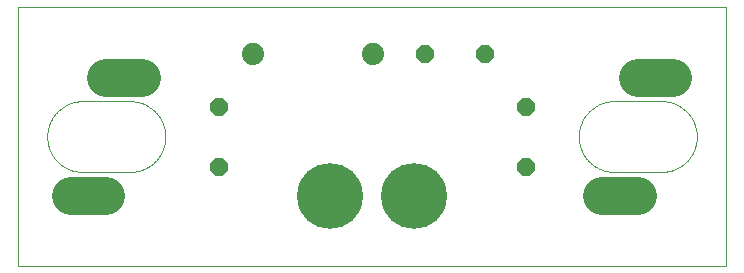
<source format=gbs>
G75*
%MOIN*%
%OFA0B0*%
%FSLAX25Y25*%
%IPPOS*%
%LPD*%
%AMOC8*
5,1,8,0,0,1.08239X$1,22.5*
%
%ADD10C,0.00000*%
%ADD11C,0.21926*%
%ADD12C,0.12611*%
%ADD13OC8,0.06000*%
%ADD14C,0.07400*%
D10*
X0003000Y0011696D02*
X0003000Y0098310D01*
X0239220Y0098310D01*
X0239220Y0011696D01*
X0003000Y0011696D01*
X0022685Y0031381D02*
X0030559Y0031381D01*
X0030683Y0031383D01*
X0030806Y0031389D01*
X0030930Y0031398D01*
X0031052Y0031412D01*
X0031175Y0031429D01*
X0031297Y0031451D01*
X0031418Y0031476D01*
X0031538Y0031505D01*
X0031657Y0031537D01*
X0031776Y0031574D01*
X0031893Y0031614D01*
X0032008Y0031657D01*
X0032123Y0031705D01*
X0032235Y0031756D01*
X0032346Y0031810D01*
X0032456Y0031868D01*
X0032563Y0031929D01*
X0032669Y0031994D01*
X0032772Y0032062D01*
X0032873Y0032133D01*
X0032972Y0032207D01*
X0033069Y0032284D01*
X0033163Y0032365D01*
X0033254Y0032448D01*
X0033343Y0032534D01*
X0033429Y0032623D01*
X0033512Y0032714D01*
X0033593Y0032808D01*
X0033670Y0032905D01*
X0033744Y0033004D01*
X0033815Y0033105D01*
X0033883Y0033208D01*
X0033948Y0033314D01*
X0034009Y0033421D01*
X0034067Y0033531D01*
X0034121Y0033642D01*
X0034172Y0033754D01*
X0034220Y0033869D01*
X0034263Y0033984D01*
X0034303Y0034101D01*
X0034340Y0034220D01*
X0034372Y0034339D01*
X0034401Y0034459D01*
X0034426Y0034580D01*
X0034448Y0034702D01*
X0034465Y0034825D01*
X0034479Y0034947D01*
X0034488Y0035071D01*
X0034494Y0035194D01*
X0034496Y0035318D01*
X0034494Y0035442D01*
X0034488Y0035565D01*
X0034479Y0035689D01*
X0034465Y0035811D01*
X0034448Y0035934D01*
X0034426Y0036056D01*
X0034401Y0036177D01*
X0034372Y0036297D01*
X0034340Y0036416D01*
X0034303Y0036535D01*
X0034263Y0036652D01*
X0034220Y0036767D01*
X0034172Y0036882D01*
X0034121Y0036994D01*
X0034067Y0037105D01*
X0034009Y0037215D01*
X0033948Y0037322D01*
X0033883Y0037428D01*
X0033815Y0037531D01*
X0033744Y0037632D01*
X0033670Y0037731D01*
X0033593Y0037828D01*
X0033512Y0037922D01*
X0033429Y0038013D01*
X0033343Y0038102D01*
X0033254Y0038188D01*
X0033163Y0038271D01*
X0033069Y0038352D01*
X0032972Y0038429D01*
X0032873Y0038503D01*
X0032772Y0038574D01*
X0032669Y0038642D01*
X0032563Y0038707D01*
X0032456Y0038768D01*
X0032346Y0038826D01*
X0032235Y0038880D01*
X0032123Y0038931D01*
X0032008Y0038979D01*
X0031893Y0039022D01*
X0031776Y0039062D01*
X0031657Y0039099D01*
X0031538Y0039131D01*
X0031418Y0039160D01*
X0031297Y0039185D01*
X0031175Y0039207D01*
X0031052Y0039224D01*
X0030930Y0039238D01*
X0030806Y0039247D01*
X0030683Y0039253D01*
X0030559Y0039255D01*
X0022685Y0039255D01*
X0022561Y0039253D01*
X0022438Y0039247D01*
X0022314Y0039238D01*
X0022192Y0039224D01*
X0022069Y0039207D01*
X0021947Y0039185D01*
X0021826Y0039160D01*
X0021706Y0039131D01*
X0021587Y0039099D01*
X0021468Y0039062D01*
X0021351Y0039022D01*
X0021236Y0038979D01*
X0021121Y0038931D01*
X0021009Y0038880D01*
X0020898Y0038826D01*
X0020788Y0038768D01*
X0020681Y0038707D01*
X0020575Y0038642D01*
X0020472Y0038574D01*
X0020371Y0038503D01*
X0020272Y0038429D01*
X0020175Y0038352D01*
X0020081Y0038271D01*
X0019990Y0038188D01*
X0019901Y0038102D01*
X0019815Y0038013D01*
X0019732Y0037922D01*
X0019651Y0037828D01*
X0019574Y0037731D01*
X0019500Y0037632D01*
X0019429Y0037531D01*
X0019361Y0037428D01*
X0019296Y0037322D01*
X0019235Y0037215D01*
X0019177Y0037105D01*
X0019123Y0036994D01*
X0019072Y0036882D01*
X0019024Y0036767D01*
X0018981Y0036652D01*
X0018941Y0036535D01*
X0018904Y0036416D01*
X0018872Y0036297D01*
X0018843Y0036177D01*
X0018818Y0036056D01*
X0018796Y0035934D01*
X0018779Y0035811D01*
X0018765Y0035689D01*
X0018756Y0035565D01*
X0018750Y0035442D01*
X0018748Y0035318D01*
X0018750Y0035194D01*
X0018756Y0035071D01*
X0018765Y0034947D01*
X0018779Y0034825D01*
X0018796Y0034702D01*
X0018818Y0034580D01*
X0018843Y0034459D01*
X0018872Y0034339D01*
X0018904Y0034220D01*
X0018941Y0034101D01*
X0018981Y0033984D01*
X0019024Y0033869D01*
X0019072Y0033754D01*
X0019123Y0033642D01*
X0019177Y0033531D01*
X0019235Y0033421D01*
X0019296Y0033314D01*
X0019361Y0033208D01*
X0019429Y0033105D01*
X0019500Y0033004D01*
X0019574Y0032905D01*
X0019651Y0032808D01*
X0019732Y0032714D01*
X0019815Y0032623D01*
X0019901Y0032534D01*
X0019990Y0032448D01*
X0020081Y0032365D01*
X0020175Y0032284D01*
X0020272Y0032207D01*
X0020371Y0032133D01*
X0020472Y0032062D01*
X0020575Y0031994D01*
X0020681Y0031929D01*
X0020788Y0031868D01*
X0020898Y0031810D01*
X0021009Y0031756D01*
X0021121Y0031705D01*
X0021236Y0031657D01*
X0021351Y0031614D01*
X0021468Y0031574D01*
X0021587Y0031537D01*
X0021706Y0031505D01*
X0021826Y0031476D01*
X0021947Y0031451D01*
X0022069Y0031429D01*
X0022192Y0031412D01*
X0022314Y0031398D01*
X0022438Y0031389D01*
X0022561Y0031383D01*
X0022685Y0031381D01*
X0024654Y0043192D02*
X0040402Y0043192D01*
X0040690Y0043196D01*
X0040977Y0043206D01*
X0041264Y0043224D01*
X0041551Y0043248D01*
X0041837Y0043279D01*
X0042122Y0043318D01*
X0042406Y0043363D01*
X0042689Y0043415D01*
X0042970Y0043475D01*
X0043250Y0043541D01*
X0043528Y0043613D01*
X0043805Y0043693D01*
X0044079Y0043779D01*
X0044351Y0043872D01*
X0044621Y0043971D01*
X0044889Y0044077D01*
X0045153Y0044190D01*
X0045415Y0044309D01*
X0045674Y0044434D01*
X0045930Y0044566D01*
X0046183Y0044703D01*
X0046432Y0044847D01*
X0046677Y0044997D01*
X0046919Y0045153D01*
X0047157Y0045314D01*
X0047391Y0045482D01*
X0047621Y0045655D01*
X0047846Y0045833D01*
X0048067Y0046017D01*
X0048284Y0046206D01*
X0048496Y0046401D01*
X0048703Y0046601D01*
X0048905Y0046805D01*
X0049102Y0047015D01*
X0049294Y0047229D01*
X0049480Y0047448D01*
X0049662Y0047671D01*
X0049838Y0047899D01*
X0050008Y0048131D01*
X0050172Y0048367D01*
X0050331Y0048606D01*
X0050484Y0048850D01*
X0050631Y0049098D01*
X0050771Y0049348D01*
X0050906Y0049603D01*
X0051034Y0049860D01*
X0051156Y0050120D01*
X0051272Y0050384D01*
X0051381Y0050650D01*
X0051484Y0050918D01*
X0051580Y0051189D01*
X0051670Y0051463D01*
X0051753Y0051738D01*
X0051829Y0052016D01*
X0051898Y0052295D01*
X0051961Y0052575D01*
X0052017Y0052858D01*
X0052065Y0053141D01*
X0052107Y0053426D01*
X0052142Y0053711D01*
X0052170Y0053997D01*
X0052191Y0054284D01*
X0052205Y0054572D01*
X0052212Y0054859D01*
X0052212Y0055147D01*
X0052205Y0055434D01*
X0052191Y0055722D01*
X0052170Y0056009D01*
X0052142Y0056295D01*
X0052107Y0056580D01*
X0052065Y0056865D01*
X0052017Y0057148D01*
X0051961Y0057431D01*
X0051898Y0057711D01*
X0051829Y0057990D01*
X0051753Y0058268D01*
X0051670Y0058543D01*
X0051580Y0058817D01*
X0051484Y0059088D01*
X0051381Y0059356D01*
X0051272Y0059622D01*
X0051156Y0059886D01*
X0051034Y0060146D01*
X0050906Y0060403D01*
X0050771Y0060658D01*
X0050631Y0060909D01*
X0050484Y0061156D01*
X0050331Y0061400D01*
X0050172Y0061639D01*
X0050008Y0061875D01*
X0049838Y0062107D01*
X0049662Y0062335D01*
X0049480Y0062558D01*
X0049294Y0062777D01*
X0049102Y0062991D01*
X0048905Y0063201D01*
X0048703Y0063405D01*
X0048496Y0063605D01*
X0048284Y0063800D01*
X0048067Y0063989D01*
X0047846Y0064173D01*
X0047621Y0064351D01*
X0047391Y0064524D01*
X0047157Y0064692D01*
X0046919Y0064853D01*
X0046677Y0065009D01*
X0046432Y0065159D01*
X0046183Y0065303D01*
X0045930Y0065440D01*
X0045674Y0065572D01*
X0045415Y0065697D01*
X0045153Y0065816D01*
X0044889Y0065929D01*
X0044621Y0066035D01*
X0044351Y0066134D01*
X0044079Y0066227D01*
X0043805Y0066313D01*
X0043528Y0066393D01*
X0043250Y0066465D01*
X0042970Y0066531D01*
X0042689Y0066591D01*
X0042406Y0066643D01*
X0042122Y0066688D01*
X0041837Y0066727D01*
X0041551Y0066758D01*
X0041264Y0066782D01*
X0040977Y0066800D01*
X0040690Y0066810D01*
X0040402Y0066814D01*
X0024654Y0066814D01*
X0034496Y0070751D02*
X0042370Y0070751D01*
X0042494Y0070753D01*
X0042617Y0070759D01*
X0042741Y0070768D01*
X0042863Y0070782D01*
X0042986Y0070799D01*
X0043108Y0070821D01*
X0043229Y0070846D01*
X0043349Y0070875D01*
X0043468Y0070907D01*
X0043587Y0070944D01*
X0043704Y0070984D01*
X0043819Y0071027D01*
X0043934Y0071075D01*
X0044046Y0071126D01*
X0044157Y0071180D01*
X0044267Y0071238D01*
X0044374Y0071299D01*
X0044480Y0071364D01*
X0044583Y0071432D01*
X0044684Y0071503D01*
X0044783Y0071577D01*
X0044880Y0071654D01*
X0044974Y0071735D01*
X0045065Y0071818D01*
X0045154Y0071904D01*
X0045240Y0071993D01*
X0045323Y0072084D01*
X0045404Y0072178D01*
X0045481Y0072275D01*
X0045555Y0072374D01*
X0045626Y0072475D01*
X0045694Y0072578D01*
X0045759Y0072684D01*
X0045820Y0072791D01*
X0045878Y0072901D01*
X0045932Y0073012D01*
X0045983Y0073124D01*
X0046031Y0073239D01*
X0046074Y0073354D01*
X0046114Y0073471D01*
X0046151Y0073590D01*
X0046183Y0073709D01*
X0046212Y0073829D01*
X0046237Y0073950D01*
X0046259Y0074072D01*
X0046276Y0074195D01*
X0046290Y0074317D01*
X0046299Y0074441D01*
X0046305Y0074564D01*
X0046307Y0074688D01*
X0046305Y0074812D01*
X0046299Y0074935D01*
X0046290Y0075059D01*
X0046276Y0075181D01*
X0046259Y0075304D01*
X0046237Y0075426D01*
X0046212Y0075547D01*
X0046183Y0075667D01*
X0046151Y0075786D01*
X0046114Y0075905D01*
X0046074Y0076022D01*
X0046031Y0076137D01*
X0045983Y0076252D01*
X0045932Y0076364D01*
X0045878Y0076475D01*
X0045820Y0076585D01*
X0045759Y0076692D01*
X0045694Y0076798D01*
X0045626Y0076901D01*
X0045555Y0077002D01*
X0045481Y0077101D01*
X0045404Y0077198D01*
X0045323Y0077292D01*
X0045240Y0077383D01*
X0045154Y0077472D01*
X0045065Y0077558D01*
X0044974Y0077641D01*
X0044880Y0077722D01*
X0044783Y0077799D01*
X0044684Y0077873D01*
X0044583Y0077944D01*
X0044480Y0078012D01*
X0044374Y0078077D01*
X0044267Y0078138D01*
X0044157Y0078196D01*
X0044046Y0078250D01*
X0043934Y0078301D01*
X0043819Y0078349D01*
X0043704Y0078392D01*
X0043587Y0078432D01*
X0043468Y0078469D01*
X0043349Y0078501D01*
X0043229Y0078530D01*
X0043108Y0078555D01*
X0042986Y0078577D01*
X0042863Y0078594D01*
X0042741Y0078608D01*
X0042617Y0078617D01*
X0042494Y0078623D01*
X0042370Y0078625D01*
X0034496Y0078625D01*
X0034372Y0078623D01*
X0034249Y0078617D01*
X0034125Y0078608D01*
X0034003Y0078594D01*
X0033880Y0078577D01*
X0033758Y0078555D01*
X0033637Y0078530D01*
X0033517Y0078501D01*
X0033398Y0078469D01*
X0033279Y0078432D01*
X0033162Y0078392D01*
X0033047Y0078349D01*
X0032932Y0078301D01*
X0032820Y0078250D01*
X0032709Y0078196D01*
X0032599Y0078138D01*
X0032492Y0078077D01*
X0032386Y0078012D01*
X0032283Y0077944D01*
X0032182Y0077873D01*
X0032083Y0077799D01*
X0031986Y0077722D01*
X0031892Y0077641D01*
X0031801Y0077558D01*
X0031712Y0077472D01*
X0031626Y0077383D01*
X0031543Y0077292D01*
X0031462Y0077198D01*
X0031385Y0077101D01*
X0031311Y0077002D01*
X0031240Y0076901D01*
X0031172Y0076798D01*
X0031107Y0076692D01*
X0031046Y0076585D01*
X0030988Y0076475D01*
X0030934Y0076364D01*
X0030883Y0076252D01*
X0030835Y0076137D01*
X0030792Y0076022D01*
X0030752Y0075905D01*
X0030715Y0075786D01*
X0030683Y0075667D01*
X0030654Y0075547D01*
X0030629Y0075426D01*
X0030607Y0075304D01*
X0030590Y0075181D01*
X0030576Y0075059D01*
X0030567Y0074935D01*
X0030561Y0074812D01*
X0030559Y0074688D01*
X0030561Y0074564D01*
X0030567Y0074441D01*
X0030576Y0074317D01*
X0030590Y0074195D01*
X0030607Y0074072D01*
X0030629Y0073950D01*
X0030654Y0073829D01*
X0030683Y0073709D01*
X0030715Y0073590D01*
X0030752Y0073471D01*
X0030792Y0073354D01*
X0030835Y0073239D01*
X0030883Y0073124D01*
X0030934Y0073012D01*
X0030988Y0072901D01*
X0031046Y0072791D01*
X0031107Y0072684D01*
X0031172Y0072578D01*
X0031240Y0072475D01*
X0031311Y0072374D01*
X0031385Y0072275D01*
X0031462Y0072178D01*
X0031543Y0072084D01*
X0031626Y0071993D01*
X0031712Y0071904D01*
X0031801Y0071818D01*
X0031892Y0071735D01*
X0031986Y0071654D01*
X0032083Y0071577D01*
X0032182Y0071503D01*
X0032283Y0071432D01*
X0032386Y0071364D01*
X0032492Y0071299D01*
X0032599Y0071238D01*
X0032709Y0071180D01*
X0032820Y0071126D01*
X0032932Y0071075D01*
X0033047Y0071027D01*
X0033162Y0070984D01*
X0033279Y0070944D01*
X0033398Y0070907D01*
X0033517Y0070875D01*
X0033637Y0070846D01*
X0033758Y0070821D01*
X0033880Y0070799D01*
X0034003Y0070782D01*
X0034125Y0070768D01*
X0034249Y0070759D01*
X0034372Y0070753D01*
X0034496Y0070751D01*
X0024654Y0066814D02*
X0024366Y0066810D01*
X0024079Y0066800D01*
X0023792Y0066782D01*
X0023505Y0066758D01*
X0023219Y0066727D01*
X0022934Y0066688D01*
X0022650Y0066643D01*
X0022367Y0066591D01*
X0022086Y0066531D01*
X0021806Y0066465D01*
X0021528Y0066393D01*
X0021251Y0066313D01*
X0020977Y0066227D01*
X0020705Y0066134D01*
X0020435Y0066035D01*
X0020167Y0065929D01*
X0019903Y0065816D01*
X0019641Y0065697D01*
X0019382Y0065572D01*
X0019126Y0065440D01*
X0018873Y0065303D01*
X0018624Y0065159D01*
X0018379Y0065009D01*
X0018137Y0064853D01*
X0017899Y0064692D01*
X0017665Y0064524D01*
X0017435Y0064351D01*
X0017210Y0064173D01*
X0016989Y0063989D01*
X0016772Y0063800D01*
X0016560Y0063605D01*
X0016353Y0063405D01*
X0016151Y0063201D01*
X0015954Y0062991D01*
X0015762Y0062777D01*
X0015576Y0062558D01*
X0015394Y0062335D01*
X0015218Y0062107D01*
X0015048Y0061875D01*
X0014884Y0061639D01*
X0014725Y0061400D01*
X0014572Y0061156D01*
X0014425Y0060908D01*
X0014285Y0060658D01*
X0014150Y0060403D01*
X0014022Y0060146D01*
X0013900Y0059886D01*
X0013784Y0059622D01*
X0013675Y0059356D01*
X0013572Y0059088D01*
X0013476Y0058817D01*
X0013386Y0058543D01*
X0013303Y0058268D01*
X0013227Y0057990D01*
X0013158Y0057711D01*
X0013095Y0057431D01*
X0013039Y0057148D01*
X0012991Y0056865D01*
X0012949Y0056580D01*
X0012914Y0056295D01*
X0012886Y0056009D01*
X0012865Y0055722D01*
X0012851Y0055434D01*
X0012844Y0055147D01*
X0012844Y0054859D01*
X0012851Y0054572D01*
X0012865Y0054284D01*
X0012886Y0053997D01*
X0012914Y0053711D01*
X0012949Y0053426D01*
X0012991Y0053141D01*
X0013039Y0052858D01*
X0013095Y0052575D01*
X0013158Y0052295D01*
X0013227Y0052016D01*
X0013303Y0051738D01*
X0013386Y0051463D01*
X0013476Y0051189D01*
X0013572Y0050918D01*
X0013675Y0050650D01*
X0013784Y0050384D01*
X0013900Y0050120D01*
X0014022Y0049860D01*
X0014150Y0049603D01*
X0014285Y0049348D01*
X0014425Y0049097D01*
X0014572Y0048850D01*
X0014725Y0048606D01*
X0014884Y0048367D01*
X0015048Y0048131D01*
X0015218Y0047899D01*
X0015394Y0047671D01*
X0015576Y0047448D01*
X0015762Y0047229D01*
X0015954Y0047015D01*
X0016151Y0046805D01*
X0016353Y0046601D01*
X0016560Y0046401D01*
X0016772Y0046206D01*
X0016989Y0046017D01*
X0017210Y0045833D01*
X0017435Y0045655D01*
X0017665Y0045482D01*
X0017899Y0045314D01*
X0018137Y0045153D01*
X0018379Y0044997D01*
X0018624Y0044847D01*
X0018873Y0044703D01*
X0019126Y0044566D01*
X0019382Y0044434D01*
X0019641Y0044309D01*
X0019903Y0044190D01*
X0020167Y0044077D01*
X0020435Y0043971D01*
X0020705Y0043872D01*
X0020977Y0043779D01*
X0021251Y0043693D01*
X0021528Y0043613D01*
X0021806Y0043541D01*
X0022086Y0043475D01*
X0022367Y0043415D01*
X0022650Y0043363D01*
X0022934Y0043318D01*
X0023219Y0043279D01*
X0023505Y0043248D01*
X0023792Y0043224D01*
X0024079Y0043206D01*
X0024366Y0043196D01*
X0024654Y0043192D01*
X0199850Y0039255D02*
X0207724Y0039255D01*
X0207848Y0039253D01*
X0207971Y0039247D01*
X0208095Y0039238D01*
X0208217Y0039224D01*
X0208340Y0039207D01*
X0208462Y0039185D01*
X0208583Y0039160D01*
X0208703Y0039131D01*
X0208822Y0039099D01*
X0208941Y0039062D01*
X0209058Y0039022D01*
X0209173Y0038979D01*
X0209288Y0038931D01*
X0209400Y0038880D01*
X0209511Y0038826D01*
X0209621Y0038768D01*
X0209728Y0038707D01*
X0209834Y0038642D01*
X0209937Y0038574D01*
X0210038Y0038503D01*
X0210137Y0038429D01*
X0210234Y0038352D01*
X0210328Y0038271D01*
X0210419Y0038188D01*
X0210508Y0038102D01*
X0210594Y0038013D01*
X0210677Y0037922D01*
X0210758Y0037828D01*
X0210835Y0037731D01*
X0210909Y0037632D01*
X0210980Y0037531D01*
X0211048Y0037428D01*
X0211113Y0037322D01*
X0211174Y0037215D01*
X0211232Y0037105D01*
X0211286Y0036994D01*
X0211337Y0036882D01*
X0211385Y0036767D01*
X0211428Y0036652D01*
X0211468Y0036535D01*
X0211505Y0036416D01*
X0211537Y0036297D01*
X0211566Y0036177D01*
X0211591Y0036056D01*
X0211613Y0035934D01*
X0211630Y0035811D01*
X0211644Y0035689D01*
X0211653Y0035565D01*
X0211659Y0035442D01*
X0211661Y0035318D01*
X0211659Y0035194D01*
X0211653Y0035071D01*
X0211644Y0034947D01*
X0211630Y0034825D01*
X0211613Y0034702D01*
X0211591Y0034580D01*
X0211566Y0034459D01*
X0211537Y0034339D01*
X0211505Y0034220D01*
X0211468Y0034101D01*
X0211428Y0033984D01*
X0211385Y0033869D01*
X0211337Y0033754D01*
X0211286Y0033642D01*
X0211232Y0033531D01*
X0211174Y0033421D01*
X0211113Y0033314D01*
X0211048Y0033208D01*
X0210980Y0033105D01*
X0210909Y0033004D01*
X0210835Y0032905D01*
X0210758Y0032808D01*
X0210677Y0032714D01*
X0210594Y0032623D01*
X0210508Y0032534D01*
X0210419Y0032448D01*
X0210328Y0032365D01*
X0210234Y0032284D01*
X0210137Y0032207D01*
X0210038Y0032133D01*
X0209937Y0032062D01*
X0209834Y0031994D01*
X0209728Y0031929D01*
X0209621Y0031868D01*
X0209511Y0031810D01*
X0209400Y0031756D01*
X0209288Y0031705D01*
X0209173Y0031657D01*
X0209058Y0031614D01*
X0208941Y0031574D01*
X0208822Y0031537D01*
X0208703Y0031505D01*
X0208583Y0031476D01*
X0208462Y0031451D01*
X0208340Y0031429D01*
X0208217Y0031412D01*
X0208095Y0031398D01*
X0207971Y0031389D01*
X0207848Y0031383D01*
X0207724Y0031381D01*
X0199850Y0031381D01*
X0199726Y0031383D01*
X0199603Y0031389D01*
X0199479Y0031398D01*
X0199357Y0031412D01*
X0199234Y0031429D01*
X0199112Y0031451D01*
X0198991Y0031476D01*
X0198871Y0031505D01*
X0198752Y0031537D01*
X0198633Y0031574D01*
X0198516Y0031614D01*
X0198401Y0031657D01*
X0198286Y0031705D01*
X0198174Y0031756D01*
X0198063Y0031810D01*
X0197953Y0031868D01*
X0197846Y0031929D01*
X0197740Y0031994D01*
X0197637Y0032062D01*
X0197536Y0032133D01*
X0197437Y0032207D01*
X0197340Y0032284D01*
X0197246Y0032365D01*
X0197155Y0032448D01*
X0197066Y0032534D01*
X0196980Y0032623D01*
X0196897Y0032714D01*
X0196816Y0032808D01*
X0196739Y0032905D01*
X0196665Y0033004D01*
X0196594Y0033105D01*
X0196526Y0033208D01*
X0196461Y0033314D01*
X0196400Y0033421D01*
X0196342Y0033531D01*
X0196288Y0033642D01*
X0196237Y0033754D01*
X0196189Y0033869D01*
X0196146Y0033984D01*
X0196106Y0034101D01*
X0196069Y0034220D01*
X0196037Y0034339D01*
X0196008Y0034459D01*
X0195983Y0034580D01*
X0195961Y0034702D01*
X0195944Y0034825D01*
X0195930Y0034947D01*
X0195921Y0035071D01*
X0195915Y0035194D01*
X0195913Y0035318D01*
X0195915Y0035442D01*
X0195921Y0035565D01*
X0195930Y0035689D01*
X0195944Y0035811D01*
X0195961Y0035934D01*
X0195983Y0036056D01*
X0196008Y0036177D01*
X0196037Y0036297D01*
X0196069Y0036416D01*
X0196106Y0036535D01*
X0196146Y0036652D01*
X0196189Y0036767D01*
X0196237Y0036882D01*
X0196288Y0036994D01*
X0196342Y0037105D01*
X0196400Y0037215D01*
X0196461Y0037322D01*
X0196526Y0037428D01*
X0196594Y0037531D01*
X0196665Y0037632D01*
X0196739Y0037731D01*
X0196816Y0037828D01*
X0196897Y0037922D01*
X0196980Y0038013D01*
X0197066Y0038102D01*
X0197155Y0038188D01*
X0197246Y0038271D01*
X0197340Y0038352D01*
X0197437Y0038429D01*
X0197536Y0038503D01*
X0197637Y0038574D01*
X0197740Y0038642D01*
X0197846Y0038707D01*
X0197953Y0038768D01*
X0198063Y0038826D01*
X0198174Y0038880D01*
X0198286Y0038931D01*
X0198401Y0038979D01*
X0198516Y0039022D01*
X0198633Y0039062D01*
X0198752Y0039099D01*
X0198871Y0039131D01*
X0198991Y0039160D01*
X0199112Y0039185D01*
X0199234Y0039207D01*
X0199357Y0039224D01*
X0199479Y0039238D01*
X0199603Y0039247D01*
X0199726Y0039253D01*
X0199850Y0039255D01*
X0201819Y0043192D02*
X0217567Y0043192D01*
X0217855Y0043196D01*
X0218142Y0043206D01*
X0218429Y0043224D01*
X0218716Y0043248D01*
X0219002Y0043279D01*
X0219287Y0043318D01*
X0219571Y0043363D01*
X0219854Y0043415D01*
X0220135Y0043475D01*
X0220415Y0043541D01*
X0220693Y0043613D01*
X0220970Y0043693D01*
X0221244Y0043779D01*
X0221516Y0043872D01*
X0221786Y0043971D01*
X0222054Y0044077D01*
X0222318Y0044190D01*
X0222580Y0044309D01*
X0222839Y0044434D01*
X0223095Y0044566D01*
X0223348Y0044703D01*
X0223597Y0044847D01*
X0223842Y0044997D01*
X0224084Y0045153D01*
X0224322Y0045314D01*
X0224556Y0045482D01*
X0224786Y0045655D01*
X0225011Y0045833D01*
X0225232Y0046017D01*
X0225449Y0046206D01*
X0225661Y0046401D01*
X0225868Y0046601D01*
X0226070Y0046805D01*
X0226267Y0047015D01*
X0226459Y0047229D01*
X0226645Y0047448D01*
X0226827Y0047671D01*
X0227003Y0047899D01*
X0227173Y0048131D01*
X0227337Y0048367D01*
X0227496Y0048606D01*
X0227649Y0048850D01*
X0227796Y0049098D01*
X0227936Y0049348D01*
X0228071Y0049603D01*
X0228199Y0049860D01*
X0228321Y0050120D01*
X0228437Y0050384D01*
X0228546Y0050650D01*
X0228649Y0050918D01*
X0228745Y0051189D01*
X0228835Y0051463D01*
X0228918Y0051738D01*
X0228994Y0052016D01*
X0229063Y0052295D01*
X0229126Y0052575D01*
X0229182Y0052858D01*
X0229230Y0053141D01*
X0229272Y0053426D01*
X0229307Y0053711D01*
X0229335Y0053997D01*
X0229356Y0054284D01*
X0229370Y0054572D01*
X0229377Y0054859D01*
X0229377Y0055147D01*
X0229370Y0055434D01*
X0229356Y0055722D01*
X0229335Y0056009D01*
X0229307Y0056295D01*
X0229272Y0056580D01*
X0229230Y0056865D01*
X0229182Y0057148D01*
X0229126Y0057431D01*
X0229063Y0057711D01*
X0228994Y0057990D01*
X0228918Y0058268D01*
X0228835Y0058543D01*
X0228745Y0058817D01*
X0228649Y0059088D01*
X0228546Y0059356D01*
X0228437Y0059622D01*
X0228321Y0059886D01*
X0228199Y0060146D01*
X0228071Y0060403D01*
X0227936Y0060658D01*
X0227796Y0060909D01*
X0227649Y0061156D01*
X0227496Y0061400D01*
X0227337Y0061639D01*
X0227173Y0061875D01*
X0227003Y0062107D01*
X0226827Y0062335D01*
X0226645Y0062558D01*
X0226459Y0062777D01*
X0226267Y0062991D01*
X0226070Y0063201D01*
X0225868Y0063405D01*
X0225661Y0063605D01*
X0225449Y0063800D01*
X0225232Y0063989D01*
X0225011Y0064173D01*
X0224786Y0064351D01*
X0224556Y0064524D01*
X0224322Y0064692D01*
X0224084Y0064853D01*
X0223842Y0065009D01*
X0223597Y0065159D01*
X0223348Y0065303D01*
X0223095Y0065440D01*
X0222839Y0065572D01*
X0222580Y0065697D01*
X0222318Y0065816D01*
X0222054Y0065929D01*
X0221786Y0066035D01*
X0221516Y0066134D01*
X0221244Y0066227D01*
X0220970Y0066313D01*
X0220693Y0066393D01*
X0220415Y0066465D01*
X0220135Y0066531D01*
X0219854Y0066591D01*
X0219571Y0066643D01*
X0219287Y0066688D01*
X0219002Y0066727D01*
X0218716Y0066758D01*
X0218429Y0066782D01*
X0218142Y0066800D01*
X0217855Y0066810D01*
X0217567Y0066814D01*
X0201819Y0066814D01*
X0211661Y0070751D02*
X0219535Y0070751D01*
X0219659Y0070753D01*
X0219782Y0070759D01*
X0219906Y0070768D01*
X0220028Y0070782D01*
X0220151Y0070799D01*
X0220273Y0070821D01*
X0220394Y0070846D01*
X0220514Y0070875D01*
X0220633Y0070907D01*
X0220752Y0070944D01*
X0220869Y0070984D01*
X0220984Y0071027D01*
X0221099Y0071075D01*
X0221211Y0071126D01*
X0221322Y0071180D01*
X0221432Y0071238D01*
X0221539Y0071299D01*
X0221645Y0071364D01*
X0221748Y0071432D01*
X0221849Y0071503D01*
X0221948Y0071577D01*
X0222045Y0071654D01*
X0222139Y0071735D01*
X0222230Y0071818D01*
X0222319Y0071904D01*
X0222405Y0071993D01*
X0222488Y0072084D01*
X0222569Y0072178D01*
X0222646Y0072275D01*
X0222720Y0072374D01*
X0222791Y0072475D01*
X0222859Y0072578D01*
X0222924Y0072684D01*
X0222985Y0072791D01*
X0223043Y0072901D01*
X0223097Y0073012D01*
X0223148Y0073124D01*
X0223196Y0073239D01*
X0223239Y0073354D01*
X0223279Y0073471D01*
X0223316Y0073590D01*
X0223348Y0073709D01*
X0223377Y0073829D01*
X0223402Y0073950D01*
X0223424Y0074072D01*
X0223441Y0074195D01*
X0223455Y0074317D01*
X0223464Y0074441D01*
X0223470Y0074564D01*
X0223472Y0074688D01*
X0223470Y0074812D01*
X0223464Y0074935D01*
X0223455Y0075059D01*
X0223441Y0075181D01*
X0223424Y0075304D01*
X0223402Y0075426D01*
X0223377Y0075547D01*
X0223348Y0075667D01*
X0223316Y0075786D01*
X0223279Y0075905D01*
X0223239Y0076022D01*
X0223196Y0076137D01*
X0223148Y0076252D01*
X0223097Y0076364D01*
X0223043Y0076475D01*
X0222985Y0076585D01*
X0222924Y0076692D01*
X0222859Y0076798D01*
X0222791Y0076901D01*
X0222720Y0077002D01*
X0222646Y0077101D01*
X0222569Y0077198D01*
X0222488Y0077292D01*
X0222405Y0077383D01*
X0222319Y0077472D01*
X0222230Y0077558D01*
X0222139Y0077641D01*
X0222045Y0077722D01*
X0221948Y0077799D01*
X0221849Y0077873D01*
X0221748Y0077944D01*
X0221645Y0078012D01*
X0221539Y0078077D01*
X0221432Y0078138D01*
X0221322Y0078196D01*
X0221211Y0078250D01*
X0221099Y0078301D01*
X0220984Y0078349D01*
X0220869Y0078392D01*
X0220752Y0078432D01*
X0220633Y0078469D01*
X0220514Y0078501D01*
X0220394Y0078530D01*
X0220273Y0078555D01*
X0220151Y0078577D01*
X0220028Y0078594D01*
X0219906Y0078608D01*
X0219782Y0078617D01*
X0219659Y0078623D01*
X0219535Y0078625D01*
X0211661Y0078625D01*
X0211537Y0078623D01*
X0211414Y0078617D01*
X0211290Y0078608D01*
X0211168Y0078594D01*
X0211045Y0078577D01*
X0210923Y0078555D01*
X0210802Y0078530D01*
X0210682Y0078501D01*
X0210563Y0078469D01*
X0210444Y0078432D01*
X0210327Y0078392D01*
X0210212Y0078349D01*
X0210097Y0078301D01*
X0209985Y0078250D01*
X0209874Y0078196D01*
X0209764Y0078138D01*
X0209657Y0078077D01*
X0209551Y0078012D01*
X0209448Y0077944D01*
X0209347Y0077873D01*
X0209248Y0077799D01*
X0209151Y0077722D01*
X0209057Y0077641D01*
X0208966Y0077558D01*
X0208877Y0077472D01*
X0208791Y0077383D01*
X0208708Y0077292D01*
X0208627Y0077198D01*
X0208550Y0077101D01*
X0208476Y0077002D01*
X0208405Y0076901D01*
X0208337Y0076798D01*
X0208272Y0076692D01*
X0208211Y0076585D01*
X0208153Y0076475D01*
X0208099Y0076364D01*
X0208048Y0076252D01*
X0208000Y0076137D01*
X0207957Y0076022D01*
X0207917Y0075905D01*
X0207880Y0075786D01*
X0207848Y0075667D01*
X0207819Y0075547D01*
X0207794Y0075426D01*
X0207772Y0075304D01*
X0207755Y0075181D01*
X0207741Y0075059D01*
X0207732Y0074935D01*
X0207726Y0074812D01*
X0207724Y0074688D01*
X0207726Y0074564D01*
X0207732Y0074441D01*
X0207741Y0074317D01*
X0207755Y0074195D01*
X0207772Y0074072D01*
X0207794Y0073950D01*
X0207819Y0073829D01*
X0207848Y0073709D01*
X0207880Y0073590D01*
X0207917Y0073471D01*
X0207957Y0073354D01*
X0208000Y0073239D01*
X0208048Y0073124D01*
X0208099Y0073012D01*
X0208153Y0072901D01*
X0208211Y0072791D01*
X0208272Y0072684D01*
X0208337Y0072578D01*
X0208405Y0072475D01*
X0208476Y0072374D01*
X0208550Y0072275D01*
X0208627Y0072178D01*
X0208708Y0072084D01*
X0208791Y0071993D01*
X0208877Y0071904D01*
X0208966Y0071818D01*
X0209057Y0071735D01*
X0209151Y0071654D01*
X0209248Y0071577D01*
X0209347Y0071503D01*
X0209448Y0071432D01*
X0209551Y0071364D01*
X0209657Y0071299D01*
X0209764Y0071238D01*
X0209874Y0071180D01*
X0209985Y0071126D01*
X0210097Y0071075D01*
X0210212Y0071027D01*
X0210327Y0070984D01*
X0210444Y0070944D01*
X0210563Y0070907D01*
X0210682Y0070875D01*
X0210802Y0070846D01*
X0210923Y0070821D01*
X0211045Y0070799D01*
X0211168Y0070782D01*
X0211290Y0070768D01*
X0211414Y0070759D01*
X0211537Y0070753D01*
X0211661Y0070751D01*
X0201819Y0066814D02*
X0201531Y0066810D01*
X0201244Y0066800D01*
X0200957Y0066782D01*
X0200670Y0066758D01*
X0200384Y0066727D01*
X0200099Y0066688D01*
X0199815Y0066643D01*
X0199532Y0066591D01*
X0199251Y0066531D01*
X0198971Y0066465D01*
X0198693Y0066393D01*
X0198416Y0066313D01*
X0198142Y0066227D01*
X0197870Y0066134D01*
X0197600Y0066035D01*
X0197332Y0065929D01*
X0197068Y0065816D01*
X0196806Y0065697D01*
X0196547Y0065572D01*
X0196291Y0065440D01*
X0196038Y0065303D01*
X0195789Y0065159D01*
X0195544Y0065009D01*
X0195302Y0064853D01*
X0195064Y0064692D01*
X0194830Y0064524D01*
X0194600Y0064351D01*
X0194375Y0064173D01*
X0194154Y0063989D01*
X0193937Y0063800D01*
X0193725Y0063605D01*
X0193518Y0063405D01*
X0193316Y0063201D01*
X0193119Y0062991D01*
X0192927Y0062777D01*
X0192741Y0062558D01*
X0192559Y0062335D01*
X0192383Y0062107D01*
X0192213Y0061875D01*
X0192049Y0061639D01*
X0191890Y0061400D01*
X0191737Y0061156D01*
X0191590Y0060908D01*
X0191450Y0060658D01*
X0191315Y0060403D01*
X0191187Y0060146D01*
X0191065Y0059886D01*
X0190949Y0059622D01*
X0190840Y0059356D01*
X0190737Y0059088D01*
X0190641Y0058817D01*
X0190551Y0058543D01*
X0190468Y0058268D01*
X0190392Y0057990D01*
X0190323Y0057711D01*
X0190260Y0057431D01*
X0190204Y0057148D01*
X0190156Y0056865D01*
X0190114Y0056580D01*
X0190079Y0056295D01*
X0190051Y0056009D01*
X0190030Y0055722D01*
X0190016Y0055434D01*
X0190009Y0055147D01*
X0190009Y0054859D01*
X0190016Y0054572D01*
X0190030Y0054284D01*
X0190051Y0053997D01*
X0190079Y0053711D01*
X0190114Y0053426D01*
X0190156Y0053141D01*
X0190204Y0052858D01*
X0190260Y0052575D01*
X0190323Y0052295D01*
X0190392Y0052016D01*
X0190468Y0051738D01*
X0190551Y0051463D01*
X0190641Y0051189D01*
X0190737Y0050918D01*
X0190840Y0050650D01*
X0190949Y0050384D01*
X0191065Y0050120D01*
X0191187Y0049860D01*
X0191315Y0049603D01*
X0191450Y0049348D01*
X0191590Y0049097D01*
X0191737Y0048850D01*
X0191890Y0048606D01*
X0192049Y0048367D01*
X0192213Y0048131D01*
X0192383Y0047899D01*
X0192559Y0047671D01*
X0192741Y0047448D01*
X0192927Y0047229D01*
X0193119Y0047015D01*
X0193316Y0046805D01*
X0193518Y0046601D01*
X0193725Y0046401D01*
X0193937Y0046206D01*
X0194154Y0046017D01*
X0194375Y0045833D01*
X0194600Y0045655D01*
X0194830Y0045482D01*
X0195064Y0045314D01*
X0195302Y0045153D01*
X0195544Y0044997D01*
X0195789Y0044847D01*
X0196038Y0044703D01*
X0196291Y0044566D01*
X0196547Y0044434D01*
X0196806Y0044309D01*
X0197068Y0044190D01*
X0197332Y0044077D01*
X0197600Y0043971D01*
X0197870Y0043872D01*
X0198142Y0043779D01*
X0198416Y0043693D01*
X0198693Y0043613D01*
X0198971Y0043541D01*
X0199251Y0043475D01*
X0199532Y0043415D01*
X0199815Y0043363D01*
X0200099Y0043318D01*
X0200384Y0043279D01*
X0200670Y0043248D01*
X0200957Y0043224D01*
X0201244Y0043206D01*
X0201531Y0043196D01*
X0201819Y0043192D01*
D11*
X0135087Y0035318D03*
X0107134Y0035318D03*
D12*
X0032528Y0035318D02*
X0020717Y0035318D01*
X0032528Y0074688D02*
X0044339Y0074688D01*
X0197882Y0035318D02*
X0209693Y0035318D01*
X0209693Y0074688D02*
X0221504Y0074688D01*
D13*
X0172291Y0065003D03*
X0158669Y0082562D03*
X0138669Y0082562D03*
X0069929Y0065003D03*
X0069929Y0045003D03*
X0172291Y0045003D03*
D14*
X0121425Y0082562D03*
X0081425Y0082562D03*
M02*

</source>
